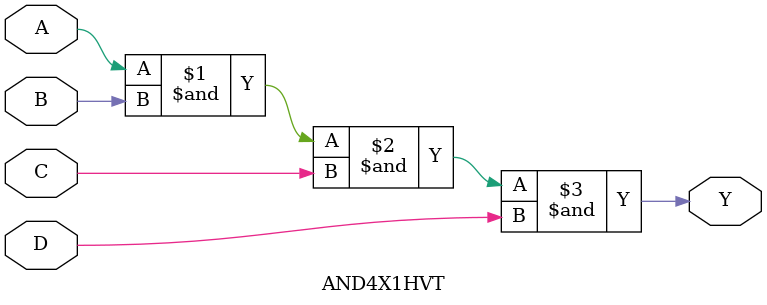
<source format=sv>
`timescale 1ns/10ps

module AND4X1HVT (Y, A, B, C, D);
	output Y;
	input A, B, C, D;

	// Function
	and (Y, A, B, C, D);

	// Timing
	specify
		(A => Y) = 0;
		(B => Y) = 0;
		(C => Y) = 0;
		(D => Y) = 0;
	endspecify
endmodule


</source>
